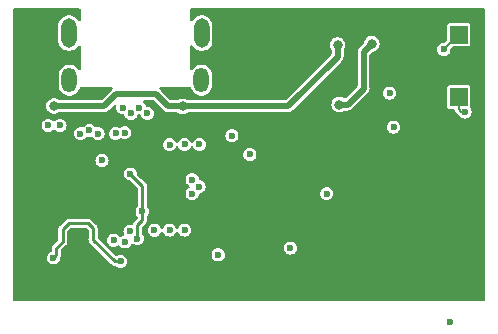
<source format=gbr>
%TF.GenerationSoftware,KiCad,Pcbnew,7.0.7*%
%TF.CreationDate,2023-12-08T19:41:31-05:00*%
%TF.ProjectId,pixie-rev-4,70697869-652d-4726-9576-2d342e6b6963,rev?*%
%TF.SameCoordinates,Original*%
%TF.FileFunction,Copper,L4,Bot*%
%TF.FilePolarity,Positive*%
%FSLAX46Y46*%
G04 Gerber Fmt 4.6, Leading zero omitted, Abs format (unit mm)*
G04 Created by KiCad (PCBNEW 7.0.7) date 2023-12-08 19:41:31*
%MOMM*%
%LPD*%
G01*
G04 APERTURE LIST*
%TA.AperFunction,ComponentPad*%
%ADD10O,1.300000X2.100000*%
%TD*%
%TA.AperFunction,ComponentPad*%
%ADD11O,1.300000X2.500000*%
%TD*%
%TA.AperFunction,ComponentPad*%
%ADD12R,0.900000X0.500000*%
%TD*%
%TA.AperFunction,SMDPad,CuDef*%
%ADD13R,1.500000X1.500000*%
%TD*%
%TA.AperFunction,ViaPad*%
%ADD14C,0.600000*%
%TD*%
%TA.AperFunction,ViaPad*%
%ADD15C,0.681000*%
%TD*%
%TA.AperFunction,ViaPad*%
%ADD16C,0.808000*%
%TD*%
%TA.AperFunction,Conductor*%
%ADD17C,0.150000*%
%TD*%
%TA.AperFunction,Conductor*%
%ADD18C,0.500000*%
%TD*%
%TA.AperFunction,Conductor*%
%ADD19C,0.254000*%
%TD*%
G04 APERTURE END LIST*
D10*
%TO.P,J201,S1,SHEILD*%
%TO.N,unconnected-(J201-SHEILD-PadS1)*%
X165980000Y-46100000D03*
D11*
%TO.P,J201,S2,SHEILD*%
%TO.N,unconnected-(J201-SHEILD-PadS2)*%
X166000000Y-42100000D03*
D10*
%TO.P,J201,S3,SHEILD*%
%TO.N,unconnected-(J201-SHEILD-PadS3)*%
X154780000Y-46100000D03*
D11*
%TO.P,J201,S4,SHEILD*%
%TO.N,unconnected-(J201-SHEILD-PadS4)*%
X154760000Y-42100000D03*
%TD*%
D12*
%TO.P,AE301,2*%
%TO.N,GND*%
X151500000Y-64550000D03*
%TD*%
D13*
%TO.P,GND201,1,1*%
%TO.N,GND*%
X187749999Y-44874998D03*
%TD*%
%TO.P,BOOT301,1,1*%
%TO.N,/PIXEL*%
X187750000Y-42225000D03*
%TD*%
%TO.P,PU301,1,1*%
%TO.N,/MCU/CHIP_PU*%
X187750000Y-47524999D03*
%TD*%
D14*
%TO.N,GND*%
X150500000Y-61100000D03*
X163950000Y-61390000D03*
X161220000Y-60280000D03*
X154760000Y-60780000D03*
X166200000Y-50200000D03*
X155050000Y-52750000D03*
X155250000Y-61425000D03*
X151500000Y-53800000D03*
X169400000Y-43300000D03*
X164500000Y-64500000D03*
D15*
X178958290Y-43137499D03*
D14*
X150500000Y-62800000D03*
X152100000Y-49200000D03*
X166500000Y-59700000D03*
X170500000Y-49800000D03*
X150500000Y-59400000D03*
X176400000Y-40500000D03*
X170300000Y-47200000D03*
X168900000Y-59700000D03*
X150500000Y-57700000D03*
X154650000Y-53500000D03*
X173900000Y-61600000D03*
X150500000Y-50900000D03*
X156700000Y-61325000D03*
X155600000Y-64500000D03*
X177075000Y-58275000D03*
X165600000Y-64500000D03*
X158325000Y-57825000D03*
X152300000Y-63700000D03*
X163410000Y-50700000D03*
X188299999Y-40500000D03*
X157300000Y-55050000D03*
X152425000Y-53800000D03*
X189500000Y-52600000D03*
X165950000Y-53985500D03*
X180900000Y-51600000D03*
X171075000Y-53375000D03*
X156400000Y-47280000D03*
X152800000Y-59500000D03*
X173400000Y-52100000D03*
X178900000Y-53900000D03*
X160075000Y-64500000D03*
X163400000Y-64500000D03*
X151800000Y-59500000D03*
X154360000Y-61560000D03*
X180900000Y-52700000D03*
X151275000Y-58700000D03*
X158650000Y-62150000D03*
X168470000Y-57490000D03*
X150500000Y-63700000D03*
X154525000Y-62625000D03*
X153600000Y-62900000D03*
X155225000Y-62150000D03*
X152900000Y-54800000D03*
X189500000Y-62800000D03*
X170900000Y-56600000D03*
X156400000Y-56975000D03*
X150500000Y-56000000D03*
X177800000Y-46700000D03*
X166700000Y-64500000D03*
X152250000Y-51550000D03*
X154500000Y-64500000D03*
X173000000Y-40500000D03*
X150518219Y-64527124D03*
X157825000Y-62400000D03*
X169540000Y-61400000D03*
D15*
X180200000Y-48550000D03*
D14*
X173625000Y-56800000D03*
X158900000Y-64500000D03*
D15*
X180200000Y-49550000D03*
D14*
X157240000Y-62960000D03*
X152275000Y-52600000D03*
X158663243Y-60486757D03*
X154850000Y-51150000D03*
X155400000Y-53950000D03*
X154750000Y-51950000D03*
X150500000Y-44100000D03*
X153800000Y-55300000D03*
X162000000Y-63400000D03*
X173000000Y-46800000D03*
X155950000Y-63900000D03*
X153000000Y-63600000D03*
X150500000Y-54300000D03*
X157300000Y-55925000D03*
X152000000Y-46000000D03*
X152500000Y-60700000D03*
X157275000Y-56950000D03*
X156700000Y-64500000D03*
X166900000Y-49750000D03*
X158275000Y-63275000D03*
X189500000Y-42400000D03*
X169600000Y-40500000D03*
X175300000Y-42300000D03*
X161200000Y-64500000D03*
X151400000Y-63700000D03*
X159175000Y-55925000D03*
X164730000Y-50330000D03*
X180700000Y-63700000D03*
X152100000Y-50540000D03*
X168600000Y-53750000D03*
X165500000Y-58800000D03*
X165200000Y-56900000D03*
X150500000Y-40700000D03*
X155300000Y-59500000D03*
X175500000Y-44600000D03*
X168600000Y-52278111D03*
X172800000Y-43500000D03*
X174700000Y-58700000D03*
X166897954Y-47398977D03*
X175750000Y-48300000D03*
X157500000Y-61600000D03*
X161850000Y-54025000D03*
X159900000Y-62700000D03*
X175000000Y-54000000D03*
X189500000Y-59400000D03*
X152600000Y-64429978D03*
X153400000Y-40500000D03*
X158300000Y-55925000D03*
X180700000Y-45300000D03*
X156400000Y-55925000D03*
X162600000Y-56900000D03*
X161274204Y-51816717D03*
X187800000Y-55600000D03*
X166900000Y-51250000D03*
X181500000Y-40500000D03*
X152300000Y-42500000D03*
X183600000Y-50690000D03*
X159175000Y-56950000D03*
X153500000Y-58800000D03*
X165425000Y-49250000D03*
X189500000Y-45800000D03*
X154100000Y-52800000D03*
X162300000Y-64500000D03*
X162610000Y-61394500D03*
X155100000Y-49850000D03*
X155050000Y-64100000D03*
X153500000Y-51500000D03*
X156550000Y-63425000D03*
X150500000Y-47500000D03*
X167100000Y-44000000D03*
X163900000Y-56900000D03*
X153400000Y-44500000D03*
X164380000Y-47280000D03*
X158300000Y-55050000D03*
X170530000Y-58730000D03*
X155300000Y-58870000D03*
X163500000Y-54025000D03*
X186000000Y-53000000D03*
X166800000Y-56475000D03*
X157800000Y-64500000D03*
X184900000Y-40500000D03*
X189500000Y-56000000D03*
X158300000Y-56975000D03*
X153800000Y-56100000D03*
X189500000Y-49200000D03*
%TO.N,/SW_4*%
X158550000Y-59631757D03*
X187000000Y-66600000D03*
%TO.N,/SW_1*%
X181900000Y-47175000D03*
X165190000Y-54510000D03*
%TO.N,/SW_2*%
X176570000Y-55700000D03*
X165190000Y-55700000D03*
%TO.N,/PIXEL*%
X182238556Y-50050000D03*
X186500000Y-43475000D03*
X165770000Y-55110000D03*
%TO.N,/SW_3*%
X159925000Y-58887500D03*
X173500000Y-60300000D03*
D16*
%TO.N,5V*%
X177650000Y-48150000D03*
X177500000Y-43100000D03*
X180400000Y-43000000D03*
X153500000Y-48270000D03*
X164375000Y-48300000D03*
D14*
%TO.N,3V3*%
X160960000Y-57200000D03*
X159960000Y-54020000D03*
X159125000Y-61425000D03*
X160545000Y-59507828D03*
X153450000Y-61125000D03*
%TO.N,/MCU/CHIP_PU*%
X188300000Y-48775000D03*
X167390000Y-60875000D03*
X159500000Y-59774500D03*
%TO.N,/Power/USB_D+*%
X160700000Y-48400000D03*
X159300000Y-48400000D03*
X153000000Y-49900000D03*
%TO.N,/Power/USB_D-*%
X160000000Y-48900000D03*
X161400000Y-48900000D03*
X154000000Y-49900000D03*
%TO.N,/MCU/DISP_DC*%
X170075000Y-52375000D03*
X168554622Y-50774500D03*
%TO.N,/MCU/FLASH_CS0*%
X162000000Y-58780000D03*
X157550000Y-52875000D03*
%TO.N,/MCU/FLASH_IO0*%
X156475000Y-50340000D03*
X165805000Y-51530000D03*
%TO.N,/MCU/FLASH_IO2*%
X158720000Y-50580000D03*
X164550000Y-58775000D03*
%TO.N,/MCU/FLASH_CLK*%
X164550000Y-51525000D03*
X157225000Y-50610000D03*
%TO.N,/MCU/FLASH_IO1*%
X163275000Y-58775000D03*
X155730000Y-50610000D03*
%TO.N,/MCU/FLASH_IO3*%
X159480000Y-50521770D03*
X163275000Y-51540000D03*
%TD*%
D17*
%TO.N,/PIXEL*%
X186500000Y-43475000D02*
X187750000Y-42225000D01*
D18*
%TO.N,5V*%
X177500000Y-43100000D02*
X177500000Y-44100000D01*
X153500000Y-48270000D02*
X153505000Y-48275000D01*
X158750000Y-47275000D02*
X162150000Y-47275000D01*
X163175000Y-48300000D02*
X164375000Y-48300000D01*
X177650000Y-48150000D02*
X178350000Y-48150000D01*
X177500000Y-44100000D02*
X173300000Y-48300000D01*
X153505000Y-48275000D02*
X157750000Y-48275000D01*
X162150000Y-47275000D02*
X163175000Y-48300000D01*
X179700000Y-43700000D02*
X180400000Y-43000000D01*
X157750000Y-48275000D02*
X158750000Y-47275000D01*
X179700000Y-46800000D02*
X179700000Y-43700000D01*
X173300000Y-48300000D02*
X164375000Y-48300000D01*
X178350000Y-48150000D02*
X179700000Y-46800000D01*
D19*
%TO.N,3V3*%
X153700000Y-60875000D02*
X153700000Y-60300000D01*
X153450000Y-61125000D02*
X153700000Y-60875000D01*
X160960000Y-57200000D02*
X160960000Y-57940000D01*
X160960000Y-57940000D02*
X160545000Y-58355000D01*
X156800000Y-59575000D02*
X158650000Y-61425000D01*
X154225000Y-58725000D02*
X154750000Y-58200000D01*
X160960000Y-55020000D02*
X159960000Y-54020000D01*
X156375000Y-58200000D02*
X156800000Y-58625000D01*
X156800000Y-58625000D02*
X156800000Y-59575000D01*
X153700000Y-60300000D02*
X154225000Y-59775000D01*
X160960000Y-57200000D02*
X160960000Y-55020000D01*
X154750000Y-58200000D02*
X156375000Y-58200000D01*
X160545000Y-58355000D02*
X160545000Y-59507828D01*
X158650000Y-61425000D02*
X159125000Y-61425000D01*
X154225000Y-59775000D02*
X154225000Y-58725000D01*
D17*
%TO.N,/MCU/CHIP_PU*%
X187750000Y-48550000D02*
X187750000Y-47524999D01*
X188300000Y-48775000D02*
X187975000Y-48775000D01*
X187975000Y-48775000D02*
X187750000Y-48550000D01*
%TD*%
%TA.AperFunction,Conductor*%
%TO.N,GND*%
G36*
X155701621Y-40020502D02*
G01*
X155748114Y-40074158D01*
X155759500Y-40126500D01*
X155759500Y-40951947D01*
X155739498Y-41020068D01*
X155685842Y-41066561D01*
X155615568Y-41076665D01*
X155550988Y-41047171D01*
X155524381Y-41014948D01*
X155495785Y-40965419D01*
X155495784Y-40965418D01*
X155368561Y-40824122D01*
X155214741Y-40712365D01*
X155041045Y-40635031D01*
X154855067Y-40595500D01*
X154664933Y-40595500D01*
X154478954Y-40635031D01*
X154305258Y-40712365D01*
X154151438Y-40824122D01*
X154024215Y-40965418D01*
X154024215Y-40965419D01*
X153929148Y-41130077D01*
X153870391Y-41310908D01*
X153855500Y-41452593D01*
X153855500Y-42747406D01*
X153870391Y-42889091D01*
X153887887Y-42942936D01*
X153929147Y-43069920D01*
X154024214Y-43234580D01*
X154151438Y-43375877D01*
X154305259Y-43487635D01*
X154478955Y-43564969D01*
X154664933Y-43604500D01*
X154855067Y-43604500D01*
X155041045Y-43564969D01*
X155214741Y-43487635D01*
X155368562Y-43375877D01*
X155495786Y-43234580D01*
X155524381Y-43185051D01*
X155575764Y-43136059D01*
X155645477Y-43122623D01*
X155711388Y-43149009D01*
X155752570Y-43206842D01*
X155759500Y-43248052D01*
X155759500Y-45117306D01*
X155739498Y-45185427D01*
X155685842Y-45231920D01*
X155615568Y-45242024D01*
X155550988Y-45212530D01*
X155524382Y-45180309D01*
X155515786Y-45165420D01*
X155388562Y-45024123D01*
X155234741Y-44912365D01*
X155061045Y-44835031D01*
X154875067Y-44795500D01*
X154684933Y-44795500D01*
X154498954Y-44835031D01*
X154325258Y-44912365D01*
X154171438Y-45024122D01*
X154044215Y-45165418D01*
X154044214Y-45165420D01*
X154032663Y-45185427D01*
X153949148Y-45330077D01*
X153890391Y-45510908D01*
X153875500Y-45652593D01*
X153875500Y-46547406D01*
X153890391Y-46689091D01*
X153916843Y-46770500D01*
X153949147Y-46869920D01*
X154044214Y-47034580D01*
X154171438Y-47175877D01*
X154325259Y-47287635D01*
X154498955Y-47364969D01*
X154684933Y-47404500D01*
X154875067Y-47404500D01*
X155061045Y-47364969D01*
X155234741Y-47287635D01*
X155388562Y-47175877D01*
X155515786Y-47034580D01*
X155610853Y-46869920D01*
X155653848Y-46737594D01*
X155693922Y-46678989D01*
X155737176Y-46660709D01*
X155736924Y-46660098D01*
X155736982Y-46660074D01*
X155740186Y-46659437D01*
X155759318Y-46651352D01*
X155773604Y-46650531D01*
X155785023Y-46650524D01*
X155785023Y-46650526D01*
X155785158Y-46650500D01*
X158362499Y-46650500D01*
X158430620Y-46670502D01*
X158477113Y-46724158D01*
X158487217Y-46794432D01*
X158457723Y-46859012D01*
X158445005Y-46871730D01*
X158434941Y-46880449D01*
X158431446Y-46883266D01*
X158418784Y-46892745D01*
X158418774Y-46892753D01*
X158407593Y-46903935D01*
X158404302Y-46906998D01*
X158364805Y-46941223D01*
X158364804Y-46941225D01*
X158362233Y-46945225D01*
X158345336Y-46966191D01*
X157577934Y-47733595D01*
X157515621Y-47767620D01*
X157488838Y-47770500D01*
X153976995Y-47770500D01*
X153908874Y-47750498D01*
X153893441Y-47738812D01*
X153876817Y-47724084D01*
X153876813Y-47724082D01*
X153735220Y-47649769D01*
X153579957Y-47611500D01*
X153579956Y-47611500D01*
X153420044Y-47611500D01*
X153420042Y-47611500D01*
X153264779Y-47649769D01*
X153123186Y-47724082D01*
X153123182Y-47724084D01*
X153003484Y-47830128D01*
X152912647Y-47961728D01*
X152912644Y-47961734D01*
X152855938Y-48111253D01*
X152855937Y-48111257D01*
X152836664Y-48269997D01*
X152836664Y-48270002D01*
X152855937Y-48428742D01*
X152855938Y-48428746D01*
X152912644Y-48578265D01*
X152912647Y-48578271D01*
X153003484Y-48709871D01*
X153003485Y-48709872D01*
X153003486Y-48709873D01*
X153123182Y-48815915D01*
X153264778Y-48890230D01*
X153420044Y-48928500D01*
X153420045Y-48928500D01*
X153579955Y-48928500D01*
X153579956Y-48928500D01*
X153735222Y-48890230D01*
X153876818Y-48815915D01*
X153882153Y-48811188D01*
X153946404Y-48780987D01*
X153965707Y-48779500D01*
X157682216Y-48779500D01*
X157708996Y-48782378D01*
X157713640Y-48783389D01*
X157748103Y-48780924D01*
X157765772Y-48779661D01*
X157770268Y-48779500D01*
X157786082Y-48779500D01*
X157786083Y-48779500D01*
X157801741Y-48777248D01*
X157806204Y-48776769D01*
X157831361Y-48774969D01*
X157858342Y-48773040D01*
X157862786Y-48771382D01*
X157888898Y-48764717D01*
X157893596Y-48764042D01*
X157941149Y-48742324D01*
X157945284Y-48740612D01*
X157994267Y-48722343D01*
X157998061Y-48719502D01*
X158021236Y-48705750D01*
X158025558Y-48703777D01*
X158065069Y-48669538D01*
X158068543Y-48666739D01*
X158081221Y-48657250D01*
X158092409Y-48646060D01*
X158095686Y-48643009D01*
X158135196Y-48608775D01*
X158137762Y-48604781D01*
X158154663Y-48583806D01*
X158539235Y-48199235D01*
X158601546Y-48165211D01*
X158672362Y-48170276D01*
X158729197Y-48212823D01*
X158754008Y-48279343D01*
X158753251Y-48304778D01*
X158740715Y-48399999D01*
X158740715Y-48400000D01*
X158759771Y-48544752D01*
X158815644Y-48679641D01*
X158815649Y-48679649D01*
X158904525Y-48795474D01*
X159020350Y-48884350D01*
X159020357Y-48884355D01*
X159155246Y-48940228D01*
X159300000Y-48959285D01*
X159322653Y-48956302D01*
X159392799Y-48967240D01*
X159445899Y-49014367D01*
X159455929Y-49037406D01*
X159456612Y-49037124D01*
X159459771Y-49044752D01*
X159459772Y-49044754D01*
X159499551Y-49140788D01*
X159515644Y-49179641D01*
X159515649Y-49179649D01*
X159604525Y-49295474D01*
X159720350Y-49384350D01*
X159720357Y-49384355D01*
X159855246Y-49440228D01*
X160000000Y-49459285D01*
X160144754Y-49440228D01*
X160279643Y-49384355D01*
X160395474Y-49295474D01*
X160484355Y-49179643D01*
X160540228Y-49044754D01*
X160540228Y-49044752D01*
X160543388Y-49037124D01*
X160545631Y-49038053D01*
X160576136Y-48987998D01*
X160639994Y-48956971D01*
X160677342Y-48956302D01*
X160700000Y-48959285D01*
X160722653Y-48956302D01*
X160792799Y-48967240D01*
X160845899Y-49014367D01*
X160855929Y-49037406D01*
X160856612Y-49037124D01*
X160859771Y-49044752D01*
X160859772Y-49044754D01*
X160899551Y-49140788D01*
X160915644Y-49179641D01*
X160915649Y-49179649D01*
X161004525Y-49295474D01*
X161120350Y-49384350D01*
X161120357Y-49384355D01*
X161255246Y-49440228D01*
X161327623Y-49449756D01*
X161399999Y-49459285D01*
X161399999Y-49459284D01*
X161400000Y-49459285D01*
X161544754Y-49440228D01*
X161679643Y-49384355D01*
X161795474Y-49295474D01*
X161884355Y-49179643D01*
X161940228Y-49044754D01*
X161959285Y-48900000D01*
X161940228Y-48755246D01*
X161884355Y-48620358D01*
X161795474Y-48504526D01*
X161795472Y-48504524D01*
X161795471Y-48504523D01*
X161679649Y-48415649D01*
X161679641Y-48415644D01*
X161544752Y-48359771D01*
X161400000Y-48340715D01*
X161399998Y-48340715D01*
X161377345Y-48343697D01*
X161307196Y-48332757D01*
X161254098Y-48285628D01*
X161244072Y-48262593D01*
X161243388Y-48262877D01*
X161240228Y-48255249D01*
X161240228Y-48255246D01*
X161184355Y-48120358D01*
X161095474Y-48004526D01*
X161095472Y-48004524D01*
X161095468Y-48004519D01*
X161089635Y-47998686D01*
X161090855Y-47997465D01*
X161054826Y-47948119D01*
X161050607Y-47877248D01*
X161085374Y-47815347D01*
X161148088Y-47782068D01*
X161173399Y-47779500D01*
X161888839Y-47779500D01*
X161956960Y-47799502D01*
X161977934Y-47816405D01*
X162770332Y-48608803D01*
X162787232Y-48629773D01*
X162787354Y-48629963D01*
X162789804Y-48633775D01*
X162827828Y-48666723D01*
X162829302Y-48668000D01*
X162832582Y-48671053D01*
X162843779Y-48682250D01*
X162856450Y-48691735D01*
X162859926Y-48694536D01*
X162899442Y-48728777D01*
X162903761Y-48730749D01*
X162926925Y-48744492D01*
X162930733Y-48747343D01*
X162951922Y-48755246D01*
X162979703Y-48765608D01*
X162983860Y-48767330D01*
X163025597Y-48786390D01*
X163031404Y-48789042D01*
X163036101Y-48789717D01*
X163062209Y-48796380D01*
X163066658Y-48798040D01*
X163118815Y-48801770D01*
X163123238Y-48802245D01*
X163138917Y-48804500D01*
X163154732Y-48804500D01*
X163159228Y-48804661D01*
X163177775Y-48805987D01*
X163211360Y-48808389D01*
X163216003Y-48807378D01*
X163242784Y-48804500D01*
X163903649Y-48804500D01*
X163971770Y-48824502D01*
X163987204Y-48836189D01*
X163998183Y-48845916D01*
X164065463Y-48881227D01*
X164139778Y-48920230D01*
X164295044Y-48958500D01*
X164295045Y-48958500D01*
X164454955Y-48958500D01*
X164454956Y-48958500D01*
X164610222Y-48920230D01*
X164751818Y-48845915D01*
X164762796Y-48836188D01*
X164827049Y-48805987D01*
X164846351Y-48804500D01*
X173232216Y-48804500D01*
X173258996Y-48807378D01*
X173263640Y-48808389D01*
X173298103Y-48805924D01*
X173315772Y-48804661D01*
X173320268Y-48804500D01*
X173336082Y-48804500D01*
X173336083Y-48804500D01*
X173351741Y-48802248D01*
X173356204Y-48801769D01*
X173381361Y-48799969D01*
X173408342Y-48798040D01*
X173412786Y-48796382D01*
X173438898Y-48789717D01*
X173443596Y-48789042D01*
X173491149Y-48767324D01*
X173495284Y-48765612D01*
X173544267Y-48747343D01*
X173548061Y-48744502D01*
X173571236Y-48730750D01*
X173575558Y-48728777D01*
X173615069Y-48694538D01*
X173618543Y-48691739D01*
X173631221Y-48682250D01*
X173642409Y-48671060D01*
X173645697Y-48668000D01*
X173685196Y-48633775D01*
X173687764Y-48629778D01*
X173704667Y-48608803D01*
X174163468Y-48150002D01*
X176986664Y-48150002D01*
X177005937Y-48308742D01*
X177005938Y-48308746D01*
X177062644Y-48458265D01*
X177062647Y-48458271D01*
X177153484Y-48589871D01*
X177153485Y-48589872D01*
X177153486Y-48589873D01*
X177273182Y-48695915D01*
X177414778Y-48770230D01*
X177570044Y-48808500D01*
X177570045Y-48808500D01*
X177729955Y-48808500D01*
X177729956Y-48808500D01*
X177885222Y-48770230D01*
X178026818Y-48695915D01*
X178037796Y-48686188D01*
X178102049Y-48655987D01*
X178121351Y-48654500D01*
X178282216Y-48654500D01*
X178308996Y-48657378D01*
X178313640Y-48658389D01*
X178348103Y-48655924D01*
X178365772Y-48654661D01*
X178370268Y-48654500D01*
X178386082Y-48654500D01*
X178386083Y-48654500D01*
X178401741Y-48652248D01*
X178406204Y-48651769D01*
X178431361Y-48649969D01*
X178458342Y-48648040D01*
X178462786Y-48646382D01*
X178488898Y-48639717D01*
X178493596Y-48639042D01*
X178541149Y-48617324D01*
X178545284Y-48615612D01*
X178594267Y-48597343D01*
X178598061Y-48594502D01*
X178621236Y-48580750D01*
X178625558Y-48578777D01*
X178665069Y-48544538D01*
X178668543Y-48541739D01*
X178681221Y-48532250D01*
X178692409Y-48521060D01*
X178695686Y-48518009D01*
X178735196Y-48483775D01*
X178737764Y-48479778D01*
X178754665Y-48458804D01*
X178913407Y-48300062D01*
X186745500Y-48300062D01*
X186745501Y-48300072D01*
X186760265Y-48374299D01*
X186816516Y-48458483D01*
X186900697Y-48514732D01*
X186900699Y-48514733D01*
X186974933Y-48529499D01*
X187306074Y-48529498D01*
X187374194Y-48549500D01*
X187420687Y-48603155D01*
X187430159Y-48633615D01*
X187435593Y-48664431D01*
X187437498Y-48669664D01*
X187444416Y-48686367D01*
X187446762Y-48691397D01*
X187470258Y-48724952D01*
X187473212Y-48729589D01*
X187493695Y-48765066D01*
X187523069Y-48789714D01*
X187525073Y-48791395D01*
X187529116Y-48795099D01*
X187729894Y-48995877D01*
X187733599Y-48999920D01*
X187759933Y-49031304D01*
X187759935Y-49031306D01*
X187770013Y-49037124D01*
X187795411Y-49051787D01*
X187800033Y-49054732D01*
X187818034Y-49067336D01*
X187845724Y-49093843D01*
X187904527Y-49170475D01*
X187916472Y-49179641D01*
X188020357Y-49259355D01*
X188155246Y-49315228D01*
X188227623Y-49324756D01*
X188299999Y-49334285D01*
X188299999Y-49334284D01*
X188300000Y-49334285D01*
X188444754Y-49315228D01*
X188579643Y-49259355D01*
X188695474Y-49170474D01*
X188784355Y-49054643D01*
X188840228Y-48919754D01*
X188859285Y-48775000D01*
X188856684Y-48755247D01*
X188848322Y-48691724D01*
X188840228Y-48630246D01*
X188784355Y-48495358D01*
X188764550Y-48469548D01*
X188738950Y-48403330D01*
X188740933Y-48368269D01*
X188754500Y-48300066D01*
X188754499Y-46749933D01*
X188754498Y-46749929D01*
X188754498Y-46749925D01*
X188739734Y-46675698D01*
X188730041Y-46661192D01*
X188683484Y-46591515D01*
X188682757Y-46591029D01*
X188599302Y-46535265D01*
X188525067Y-46520499D01*
X186974936Y-46520499D01*
X186974926Y-46520500D01*
X186900699Y-46535264D01*
X186816515Y-46591515D01*
X186760266Y-46675696D01*
X186745500Y-46749929D01*
X186745500Y-48300062D01*
X178913407Y-48300062D01*
X180008804Y-47204665D01*
X180029780Y-47187763D01*
X180033775Y-47185196D01*
X180042609Y-47175000D01*
X181340715Y-47175000D01*
X181359771Y-47319752D01*
X181415644Y-47454641D01*
X181415649Y-47454649D01*
X181504525Y-47570474D01*
X181620350Y-47659350D01*
X181620357Y-47659355D01*
X181755246Y-47715228D01*
X181822500Y-47724082D01*
X181899999Y-47734285D01*
X181899999Y-47734284D01*
X181900000Y-47734285D01*
X182044754Y-47715228D01*
X182179643Y-47659355D01*
X182295474Y-47570474D01*
X182384355Y-47454643D01*
X182440228Y-47319754D01*
X182459285Y-47175000D01*
X182453521Y-47131221D01*
X182440799Y-47034581D01*
X182440228Y-47030246D01*
X182384355Y-46895358D01*
X182295474Y-46779526D01*
X182295472Y-46779524D01*
X182295471Y-46779523D01*
X182179649Y-46690649D01*
X182179641Y-46690644D01*
X182044752Y-46634771D01*
X181900000Y-46615715D01*
X181755247Y-46634771D01*
X181700364Y-46657505D01*
X181620358Y-46690645D01*
X181620357Y-46690646D01*
X181620356Y-46690646D01*
X181504526Y-46779526D01*
X181415646Y-46895356D01*
X181415645Y-46895358D01*
X181396647Y-46941223D01*
X181359771Y-47030247D01*
X181340715Y-47174999D01*
X181340715Y-47175000D01*
X180042609Y-47175000D01*
X180068009Y-47145686D01*
X180071062Y-47142408D01*
X180082250Y-47131221D01*
X180091742Y-47118540D01*
X180094524Y-47115087D01*
X180128777Y-47075558D01*
X180130750Y-47071236D01*
X180144497Y-47048066D01*
X180147342Y-47044267D01*
X180165611Y-46995281D01*
X180167311Y-46991176D01*
X180189042Y-46943596D01*
X180189717Y-46938896D01*
X180196384Y-46912780D01*
X180198040Y-46908341D01*
X180198137Y-46906992D01*
X180200036Y-46880437D01*
X180201769Y-46856204D01*
X180202248Y-46851741D01*
X180204500Y-46836083D01*
X180204500Y-46820266D01*
X180204661Y-46815771D01*
X180208389Y-46763640D01*
X180208388Y-46763635D01*
X180207379Y-46758994D01*
X180204500Y-46732215D01*
X180204500Y-43961160D01*
X180224502Y-43893039D01*
X180241400Y-43872070D01*
X180421961Y-43691509D01*
X180480898Y-43658267D01*
X180635222Y-43620230D01*
X180776818Y-43545915D01*
X180856864Y-43475000D01*
X185940715Y-43475000D01*
X185959771Y-43619752D01*
X186015644Y-43754641D01*
X186015649Y-43754649D01*
X186104525Y-43870474D01*
X186179407Y-43927933D01*
X186220357Y-43959355D01*
X186355246Y-44015228D01*
X186427623Y-44024756D01*
X186499999Y-44034285D01*
X186499999Y-44034284D01*
X186500000Y-44034285D01*
X186644754Y-44015228D01*
X186779643Y-43959355D01*
X186895474Y-43870474D01*
X186984355Y-43754643D01*
X187040228Y-43619754D01*
X187059285Y-43475000D01*
X187056540Y-43454155D01*
X187067478Y-43384010D01*
X187092362Y-43348619D01*
X187174580Y-43266401D01*
X187236891Y-43232378D01*
X187263673Y-43229499D01*
X188525064Y-43229499D01*
X188525066Y-43229499D01*
X188525069Y-43229498D01*
X188525072Y-43229498D01*
X188561663Y-43222219D01*
X188599301Y-43214734D01*
X188683484Y-43158484D01*
X188739734Y-43074301D01*
X188754500Y-43000067D01*
X188754499Y-41449934D01*
X188754498Y-41449930D01*
X188754498Y-41449926D01*
X188739734Y-41375699D01*
X188683483Y-41291515D01*
X188599302Y-41235266D01*
X188525067Y-41220500D01*
X186974936Y-41220500D01*
X186974926Y-41220501D01*
X186900699Y-41235265D01*
X186816515Y-41291516D01*
X186760266Y-41375697D01*
X186745500Y-41449930D01*
X186745500Y-42711326D01*
X186725498Y-42779447D01*
X186708599Y-42800416D01*
X186626383Y-42882632D01*
X186626384Y-42882632D01*
X186564071Y-42916657D01*
X186520847Y-42918459D01*
X186504558Y-42916315D01*
X186500000Y-42915715D01*
X186499999Y-42915715D01*
X186355247Y-42934771D01*
X186287802Y-42962708D01*
X186220358Y-42990645D01*
X186220357Y-42990646D01*
X186220356Y-42990646D01*
X186104526Y-43079526D01*
X186015646Y-43195356D01*
X186015645Y-43195358D01*
X186001504Y-43229498D01*
X185959771Y-43330247D01*
X185940715Y-43474999D01*
X185940715Y-43475000D01*
X180856864Y-43475000D01*
X180896514Y-43439873D01*
X180987355Y-43308268D01*
X181044061Y-43158747D01*
X181045244Y-43149009D01*
X181063336Y-43000002D01*
X181063336Y-42999997D01*
X181044062Y-42841257D01*
X181044061Y-42841253D01*
X181025280Y-42791732D01*
X180987355Y-42691732D01*
X180896514Y-42560127D01*
X180776818Y-42454085D01*
X180776817Y-42454084D01*
X180776813Y-42454082D01*
X180635220Y-42379769D01*
X180479957Y-42341500D01*
X180479956Y-42341500D01*
X180320044Y-42341500D01*
X180320042Y-42341500D01*
X180164779Y-42379769D01*
X180023186Y-42454082D01*
X180023182Y-42454084D01*
X179903484Y-42560128D01*
X179812647Y-42691728D01*
X179812644Y-42691734D01*
X179755938Y-42841255D01*
X179748832Y-42899775D01*
X179720764Y-42964988D01*
X179712846Y-42973681D01*
X179391194Y-43295333D01*
X179370228Y-43312231D01*
X179366225Y-43314803D01*
X179366223Y-43314805D01*
X179331998Y-43354302D01*
X179328935Y-43357593D01*
X179317753Y-43368774D01*
X179317746Y-43368783D01*
X179308265Y-43381448D01*
X179305446Y-43384946D01*
X179271222Y-43424441D01*
X179269244Y-43428774D01*
X179255515Y-43451913D01*
X179252657Y-43455730D01*
X179252657Y-43455732D01*
X179234387Y-43504713D01*
X179232666Y-43508867D01*
X179210958Y-43556400D01*
X179210957Y-43556404D01*
X179210281Y-43561110D01*
X179203624Y-43587195D01*
X179201960Y-43591657D01*
X179198230Y-43643789D01*
X179197750Y-43648250D01*
X179195501Y-43663908D01*
X179195500Y-43663923D01*
X179195500Y-43679732D01*
X179195339Y-43684228D01*
X179191611Y-43736357D01*
X179191611Y-43736360D01*
X179192620Y-43741001D01*
X179195500Y-43767782D01*
X179195500Y-46538838D01*
X179175498Y-46606959D01*
X179158595Y-46627933D01*
X178193142Y-47593386D01*
X178130830Y-47627412D01*
X178060015Y-47622347D01*
X178032466Y-47607984D01*
X178026820Y-47604087D01*
X178026818Y-47604085D01*
X178026815Y-47604083D01*
X178026813Y-47604082D01*
X177885220Y-47529769D01*
X177729957Y-47491500D01*
X177729956Y-47491500D01*
X177570044Y-47491500D01*
X177570042Y-47491500D01*
X177414779Y-47529769D01*
X177273186Y-47604082D01*
X177273182Y-47604084D01*
X177153484Y-47710128D01*
X177062647Y-47841728D01*
X177062644Y-47841734D01*
X177005938Y-47991253D01*
X177005937Y-47991257D01*
X176986664Y-48149997D01*
X176986664Y-48150002D01*
X174163468Y-48150002D01*
X177808804Y-44504665D01*
X177829780Y-44487763D01*
X177833775Y-44485196D01*
X177868009Y-44445686D01*
X177871062Y-44442408D01*
X177882250Y-44431221D01*
X177891739Y-44418543D01*
X177894538Y-44415069D01*
X177928777Y-44375558D01*
X177930750Y-44371236D01*
X177944502Y-44348062D01*
X177947343Y-44344267D01*
X177965608Y-44295294D01*
X177967324Y-44291149D01*
X177989042Y-44243596D01*
X177989717Y-44238898D01*
X177996382Y-44212786D01*
X177998040Y-44208342D01*
X178001769Y-44156204D01*
X178002248Y-44151741D01*
X178004500Y-44136083D01*
X178004500Y-44120266D01*
X178004661Y-44115771D01*
X178008389Y-44063640D01*
X178008388Y-44063635D01*
X178007379Y-44058994D01*
X178004500Y-44032215D01*
X178004500Y-43567567D01*
X178024502Y-43499446D01*
X178026804Y-43495991D01*
X178054592Y-43455733D01*
X178087355Y-43408268D01*
X178144061Y-43258747D01*
X178146996Y-43234581D01*
X178163336Y-43100002D01*
X178163336Y-43099997D01*
X178144062Y-42941257D01*
X178144061Y-42941253D01*
X178124279Y-42889092D01*
X178087355Y-42791732D01*
X177996514Y-42660127D01*
X177876818Y-42554085D01*
X177876817Y-42554084D01*
X177876813Y-42554082D01*
X177735220Y-42479769D01*
X177579957Y-42441500D01*
X177579956Y-42441500D01*
X177420044Y-42441500D01*
X177420042Y-42441500D01*
X177264779Y-42479769D01*
X177123186Y-42554082D01*
X177123182Y-42554084D01*
X177003484Y-42660128D01*
X176912647Y-42791728D01*
X176912644Y-42791734D01*
X176855938Y-42941253D01*
X176855937Y-42941257D01*
X176836664Y-43099997D01*
X176836664Y-43100002D01*
X176855937Y-43258742D01*
X176855938Y-43258746D01*
X176912644Y-43408265D01*
X176912647Y-43408271D01*
X176973196Y-43495991D01*
X176995432Y-43563416D01*
X176995500Y-43567567D01*
X176995500Y-43838838D01*
X176975498Y-43906959D01*
X176958595Y-43927933D01*
X173127934Y-47758595D01*
X173065622Y-47792621D01*
X173038839Y-47795500D01*
X164846351Y-47795500D01*
X164778230Y-47775498D01*
X164762796Y-47763811D01*
X164751816Y-47754083D01*
X164610220Y-47679769D01*
X164454957Y-47641500D01*
X164454956Y-47641500D01*
X164295044Y-47641500D01*
X164295042Y-47641500D01*
X164139779Y-47679769D01*
X163998183Y-47754083D01*
X163987204Y-47763811D01*
X163922951Y-47794013D01*
X163903649Y-47795500D01*
X163436161Y-47795500D01*
X163368040Y-47775498D01*
X163347066Y-47758595D01*
X162554668Y-46966197D01*
X162537768Y-46945228D01*
X162535196Y-46941225D01*
X162532515Y-46938902D01*
X162495690Y-46906992D01*
X162492398Y-46903927D01*
X162481226Y-46892755D01*
X162481224Y-46892752D01*
X162468547Y-46883262D01*
X162465057Y-46880449D01*
X162454982Y-46871719D01*
X162416602Y-46811992D01*
X162416606Y-46740995D01*
X162454992Y-46681271D01*
X162519575Y-46651782D01*
X162537500Y-46650500D01*
X164974842Y-46650500D01*
X164974976Y-46650526D01*
X164974977Y-46650524D01*
X164986395Y-46650531D01*
X165010095Y-46657505D01*
X165023018Y-46660074D01*
X165023076Y-46660098D01*
X165022623Y-46661192D01*
X165054504Y-46670575D01*
X165100964Y-46724259D01*
X165106151Y-46737594D01*
X165116843Y-46770500D01*
X165149147Y-46869920D01*
X165244214Y-47034580D01*
X165371438Y-47175877D01*
X165525259Y-47287635D01*
X165698955Y-47364969D01*
X165884933Y-47404500D01*
X166075067Y-47404500D01*
X166261045Y-47364969D01*
X166434741Y-47287635D01*
X166588562Y-47175877D01*
X166715786Y-47034580D01*
X166810853Y-46869920D01*
X166869608Y-46689092D01*
X166884500Y-46547401D01*
X166884500Y-45652599D01*
X166869608Y-45510908D01*
X166810853Y-45330080D01*
X166715786Y-45165420D01*
X166588562Y-45024123D01*
X166434741Y-44912365D01*
X166261045Y-44835031D01*
X166075067Y-44795500D01*
X165884933Y-44795500D01*
X165698954Y-44835031D01*
X165525258Y-44912365D01*
X165371438Y-45024122D01*
X165244215Y-45165418D01*
X165244212Y-45165422D01*
X165235617Y-45180310D01*
X165184233Y-45229302D01*
X165114519Y-45242737D01*
X165048609Y-45216349D01*
X165007428Y-45158516D01*
X165000499Y-45117308D01*
X165000499Y-43330246D01*
X165000499Y-43248049D01*
X165020501Y-43179930D01*
X165074157Y-43133437D01*
X165144431Y-43123333D01*
X165209011Y-43152827D01*
X165235616Y-43185048D01*
X165264214Y-43234580D01*
X165391438Y-43375877D01*
X165545259Y-43487635D01*
X165718955Y-43564969D01*
X165904933Y-43604500D01*
X166095067Y-43604500D01*
X166281045Y-43564969D01*
X166454741Y-43487635D01*
X166608562Y-43375877D01*
X166735786Y-43234580D01*
X166830853Y-43069920D01*
X166889608Y-42889092D01*
X166904500Y-42747401D01*
X166904500Y-41452599D01*
X166889608Y-41310908D01*
X166830853Y-41130080D01*
X166735786Y-40965420D01*
X166608562Y-40824123D01*
X166454741Y-40712365D01*
X166281045Y-40635031D01*
X166095067Y-40595500D01*
X165904933Y-40595500D01*
X165718954Y-40635031D01*
X165545258Y-40712365D01*
X165391438Y-40824122D01*
X165264215Y-40965418D01*
X165264215Y-40965419D01*
X165235617Y-41014950D01*
X165184233Y-41063942D01*
X165114519Y-41077376D01*
X165048609Y-41050988D01*
X165007428Y-40993155D01*
X165000499Y-40951952D01*
X165000499Y-40126500D01*
X165020502Y-40058379D01*
X165074158Y-40011886D01*
X165126500Y-40000500D01*
X189873500Y-40000500D01*
X189941621Y-40020502D01*
X189988114Y-40074158D01*
X189999500Y-40126500D01*
X189999500Y-64674000D01*
X189979498Y-64742121D01*
X189925842Y-64788614D01*
X189873500Y-64800000D01*
X150126500Y-64800000D01*
X150058379Y-64779998D01*
X150011886Y-64726342D01*
X150000500Y-64674000D01*
X150000500Y-61125000D01*
X152890715Y-61125000D01*
X152909771Y-61269752D01*
X152965644Y-61404641D01*
X152965649Y-61404649D01*
X153054525Y-61520474D01*
X153118748Y-61569754D01*
X153170357Y-61609355D01*
X153305246Y-61665228D01*
X153450000Y-61684285D01*
X153594754Y-61665228D01*
X153729643Y-61609355D01*
X153845474Y-61520474D01*
X153934355Y-61404643D01*
X153990228Y-61269754D01*
X154008976Y-61127339D01*
X154034469Y-61066392D01*
X154040158Y-61059085D01*
X154040159Y-61059079D01*
X154040161Y-61059078D01*
X154043954Y-61052069D01*
X154047471Y-61044874D01*
X154047475Y-61044870D01*
X154060383Y-61001512D01*
X154063391Y-60991410D01*
X154081499Y-60938664D01*
X154082819Y-60930749D01*
X154083805Y-60922843D01*
X154081500Y-60867116D01*
X154081500Y-60510212D01*
X154101502Y-60442091D01*
X154118399Y-60421122D01*
X154457549Y-60081972D01*
X154477721Y-60065593D01*
X154486956Y-60059560D01*
X154509111Y-60031093D01*
X154514277Y-60025244D01*
X154517114Y-60022409D01*
X154530900Y-60003099D01*
X154565158Y-59959085D01*
X154565160Y-59959076D01*
X154568957Y-59952064D01*
X154572471Y-59944874D01*
X154572475Y-59944870D01*
X154580619Y-59917514D01*
X154588391Y-59891410D01*
X154606499Y-59838664D01*
X154607819Y-59830749D01*
X154608805Y-59822843D01*
X154606500Y-59767116D01*
X154606500Y-58935213D01*
X154626502Y-58867092D01*
X154643405Y-58846117D01*
X154871119Y-58618404D01*
X154933431Y-58584379D01*
X154960214Y-58581500D01*
X156164788Y-58581500D01*
X156232909Y-58601502D01*
X156253877Y-58618399D01*
X156381597Y-58746119D01*
X156415620Y-58808427D01*
X156418500Y-58835211D01*
X156418500Y-59522366D01*
X156415818Y-59548223D01*
X156413554Y-59559016D01*
X156416110Y-59579518D01*
X156418016Y-59594809D01*
X156418500Y-59602600D01*
X156418500Y-59606615D01*
X156418499Y-59606615D01*
X156422047Y-59627875D01*
X156422403Y-59630004D01*
X156422622Y-59631757D01*
X156429303Y-59685357D01*
X156431588Y-59693032D01*
X156434180Y-59700582D01*
X156434181Y-59700585D01*
X156434182Y-59700586D01*
X156460729Y-59749641D01*
X156465682Y-59759772D01*
X156485225Y-59799748D01*
X156489868Y-59806251D01*
X156494782Y-59812565D01*
X156535819Y-59850341D01*
X158343019Y-61657542D01*
X158359405Y-61677718D01*
X158365440Y-61686956D01*
X158365441Y-61686957D01*
X158365443Y-61686959D01*
X158393894Y-61709103D01*
X158399753Y-61714276D01*
X158402591Y-61717114D01*
X158408379Y-61721246D01*
X158421900Y-61730901D01*
X158465912Y-61765156D01*
X158465915Y-61765158D01*
X158465916Y-61765158D01*
X158472941Y-61768960D01*
X158480134Y-61772477D01*
X158533586Y-61788389D01*
X158586334Y-61806499D01*
X158586338Y-61806499D01*
X158586339Y-61806500D01*
X158586340Y-61806500D01*
X158594247Y-61807819D01*
X158602157Y-61808805D01*
X158602158Y-61808804D01*
X158602159Y-61808805D01*
X158657884Y-61806500D01*
X158668543Y-61806500D01*
X158736664Y-61826502D01*
X158745247Y-61832538D01*
X158845350Y-61909350D01*
X158845357Y-61909355D01*
X158980246Y-61965228D01*
X159125000Y-61984285D01*
X159269754Y-61965228D01*
X159404643Y-61909355D01*
X159520474Y-61820474D01*
X159609355Y-61704643D01*
X159665228Y-61569754D01*
X159684285Y-61425000D01*
X159665228Y-61280246D01*
X159609355Y-61145358D01*
X159520474Y-61029526D01*
X159520472Y-61029524D01*
X159520471Y-61029523D01*
X159404649Y-60940649D01*
X159404641Y-60940644D01*
X159269752Y-60884771D01*
X159195530Y-60875000D01*
X166830715Y-60875000D01*
X166849771Y-61019752D01*
X166905644Y-61154641D01*
X166905649Y-61154649D01*
X166994525Y-61270474D01*
X167110350Y-61359350D01*
X167110357Y-61359355D01*
X167245246Y-61415228D01*
X167390000Y-61434285D01*
X167534754Y-61415228D01*
X167669643Y-61359355D01*
X167785474Y-61270474D01*
X167874355Y-61154643D01*
X167930228Y-61019754D01*
X167949285Y-60875000D01*
X167945382Y-60845357D01*
X167939756Y-60802622D01*
X167930228Y-60730246D01*
X167874355Y-60595358D01*
X167785474Y-60479526D01*
X167785472Y-60479524D01*
X167785471Y-60479523D01*
X167669649Y-60390649D01*
X167669641Y-60390644D01*
X167534752Y-60334771D01*
X167390000Y-60315715D01*
X167245247Y-60334771D01*
X167177801Y-60362708D01*
X167110358Y-60390645D01*
X167110357Y-60390646D01*
X167110356Y-60390646D01*
X166994526Y-60479526D01*
X166905646Y-60595356D01*
X166905645Y-60595358D01*
X166886886Y-60640646D01*
X166849771Y-60730247D01*
X166830715Y-60874999D01*
X166830715Y-60875000D01*
X159195530Y-60875000D01*
X159125000Y-60865715D01*
X158980247Y-60884771D01*
X158845353Y-60940647D01*
X158840207Y-60943619D01*
X158771212Y-60960355D01*
X158704120Y-60937133D01*
X158688115Y-60923593D01*
X157955564Y-60191042D01*
X157396280Y-59631757D01*
X157990715Y-59631757D01*
X158009771Y-59776509D01*
X158065644Y-59911398D01*
X158065649Y-59911406D01*
X158154525Y-60027231D01*
X158270350Y-60116107D01*
X158270357Y-60116112D01*
X158405246Y-60171985D01*
X158550000Y-60191042D01*
X158694754Y-60171985D01*
X158829643Y-60116112D01*
X158876680Y-60080018D01*
X158942899Y-60054418D01*
X159012448Y-60068682D01*
X159053346Y-60103276D01*
X159073952Y-60130130D01*
X159093225Y-60155247D01*
X159104527Y-60169975D01*
X159211630Y-60252159D01*
X159220357Y-60258855D01*
X159355246Y-60314728D01*
X159500000Y-60333785D01*
X159644754Y-60314728D01*
X159680310Y-60300000D01*
X172940715Y-60300000D01*
X172959771Y-60444752D01*
X173015644Y-60579641D01*
X173015649Y-60579649D01*
X173104525Y-60695474D01*
X173220350Y-60784350D01*
X173220357Y-60784355D01*
X173355246Y-60840228D01*
X173500000Y-60859285D01*
X173644754Y-60840228D01*
X173779643Y-60784355D01*
X173895474Y-60695474D01*
X173984355Y-60579643D01*
X174040228Y-60444754D01*
X174059285Y-60300000D01*
X174040228Y-60155246D01*
X173984355Y-60020358D01*
X173895474Y-59904526D01*
X173895472Y-59904524D01*
X173895471Y-59904523D01*
X173779649Y-59815649D01*
X173779641Y-59815644D01*
X173644752Y-59759771D01*
X173500000Y-59740715D01*
X173355247Y-59759771D01*
X173301943Y-59781851D01*
X173220358Y-59815645D01*
X173220357Y-59815646D01*
X173220356Y-59815646D01*
X173104526Y-59904526D01*
X173015646Y-60020356D01*
X173015645Y-60020358D01*
X172993948Y-60072738D01*
X172959771Y-60155247D01*
X172940715Y-60299999D01*
X172940715Y-60300000D01*
X159680310Y-60300000D01*
X159779643Y-60258855D01*
X159895474Y-60169974D01*
X159984355Y-60054143D01*
X160008764Y-59995214D01*
X160053309Y-59939936D01*
X160120672Y-59917514D01*
X160189464Y-59935072D01*
X160201873Y-59943469D01*
X160265357Y-59992183D01*
X160400246Y-60048056D01*
X160448571Y-60054418D01*
X160544999Y-60067113D01*
X160544999Y-60067112D01*
X160545000Y-60067113D01*
X160689754Y-60048056D01*
X160824643Y-59992183D01*
X160940474Y-59903302D01*
X161029355Y-59787471D01*
X161085228Y-59652582D01*
X161104285Y-59507828D01*
X161102577Y-59494858D01*
X161092324Y-59416977D01*
X161085228Y-59363074D01*
X161029355Y-59228186D01*
X160952538Y-59128076D01*
X160926937Y-59061856D01*
X160926500Y-59051372D01*
X160926500Y-58780000D01*
X161440715Y-58780000D01*
X161459771Y-58924752D01*
X161515644Y-59059641D01*
X161515649Y-59059649D01*
X161604525Y-59175474D01*
X161720350Y-59264350D01*
X161720357Y-59264355D01*
X161855246Y-59320228D01*
X162000000Y-59339285D01*
X162144754Y-59320228D01*
X162279643Y-59264355D01*
X162395474Y-59175474D01*
X162484355Y-59059643D01*
X162522128Y-58968449D01*
X162566674Y-58913172D01*
X162634037Y-58890751D01*
X162702828Y-58908309D01*
X162751207Y-58960271D01*
X162754937Y-58968438D01*
X162790645Y-59054643D01*
X162790647Y-59054646D01*
X162790649Y-59054649D01*
X162879525Y-59170474D01*
X162995350Y-59259350D01*
X162995357Y-59259355D01*
X163130246Y-59315228D01*
X163275000Y-59334285D01*
X163419754Y-59315228D01*
X163554643Y-59259355D01*
X163670474Y-59170474D01*
X163759355Y-59054643D01*
X163796092Y-58965951D01*
X163840639Y-58910672D01*
X163908003Y-58888251D01*
X163976794Y-58905809D01*
X164025172Y-58957771D01*
X164028901Y-58965936D01*
X164056371Y-59032254D01*
X164065644Y-59054641D01*
X164065649Y-59054649D01*
X164154525Y-59170474D01*
X164270350Y-59259350D01*
X164270357Y-59259355D01*
X164405246Y-59315228D01*
X164550000Y-59334285D01*
X164694754Y-59315228D01*
X164829643Y-59259355D01*
X164945474Y-59170474D01*
X165034355Y-59054643D01*
X165090228Y-58919754D01*
X165109285Y-58775000D01*
X165090228Y-58630246D01*
X165034355Y-58495358D01*
X164945474Y-58379526D01*
X164945472Y-58379524D01*
X164945471Y-58379523D01*
X164829649Y-58290649D01*
X164829641Y-58290644D01*
X164694752Y-58234771D01*
X164550000Y-58215715D01*
X164405247Y-58234771D01*
X164337801Y-58262708D01*
X164270358Y-58290645D01*
X164270357Y-58290646D01*
X164270356Y-58290646D01*
X164154526Y-58379526D01*
X164065646Y-58495356D01*
X164065642Y-58495363D01*
X164028908Y-58584047D01*
X163984360Y-58639328D01*
X163916996Y-58661748D01*
X163848205Y-58644189D01*
X163799827Y-58592227D01*
X163796092Y-58584047D01*
X163764167Y-58506975D01*
X163759355Y-58495358D01*
X163670474Y-58379526D01*
X163670472Y-58379524D01*
X163670471Y-58379523D01*
X163554649Y-58290649D01*
X163554641Y-58290644D01*
X163419752Y-58234771D01*
X163275000Y-58215715D01*
X163130247Y-58234771D01*
X163062801Y-58262708D01*
X162995358Y-58290645D01*
X162995357Y-58290646D01*
X162995356Y-58290646D01*
X162879526Y-58379526D01*
X162790646Y-58495356D01*
X162790642Y-58495363D01*
X162752872Y-58586547D01*
X162708324Y-58641828D01*
X162640960Y-58664248D01*
X162572169Y-58646689D01*
X162523791Y-58594727D01*
X162520061Y-58586560D01*
X162484355Y-58500358D01*
X162395474Y-58384526D01*
X162395472Y-58384524D01*
X162395471Y-58384523D01*
X162279649Y-58295649D01*
X162279641Y-58295644D01*
X162144752Y-58239771D01*
X162000000Y-58220715D01*
X161855247Y-58239771D01*
X161808333Y-58259204D01*
X161720358Y-58295645D01*
X161720357Y-58295646D01*
X161720356Y-58295646D01*
X161604526Y-58384526D01*
X161515646Y-58500356D01*
X161515645Y-58500358D01*
X161488781Y-58565212D01*
X161459771Y-58635247D01*
X161440715Y-58779999D01*
X161440715Y-58780000D01*
X160926500Y-58780000D01*
X160926500Y-58565212D01*
X160946502Y-58497091D01*
X160963399Y-58476122D01*
X161192549Y-58246972D01*
X161212721Y-58230593D01*
X161221956Y-58224560D01*
X161244103Y-58196103D01*
X161249271Y-58190250D01*
X161252114Y-58187409D01*
X161265898Y-58168101D01*
X161300158Y-58124085D01*
X161300159Y-58124079D01*
X161303950Y-58117076D01*
X161307471Y-58109873D01*
X161307475Y-58109869D01*
X161319213Y-58070441D01*
X161323389Y-58056416D01*
X161341498Y-58003666D01*
X161341500Y-58003661D01*
X161341500Y-58003654D01*
X161342819Y-57995755D01*
X161343805Y-57987841D01*
X161341500Y-57932106D01*
X161341500Y-57797906D01*
X161341500Y-57656452D01*
X161361501Y-57588336D01*
X161367517Y-57579778D01*
X161444355Y-57479643D01*
X161500228Y-57344754D01*
X161519285Y-57200000D01*
X161500228Y-57055246D01*
X161444355Y-56920358D01*
X161367538Y-56820248D01*
X161341937Y-56754028D01*
X161341500Y-56743544D01*
X161341500Y-55700000D01*
X164630715Y-55700000D01*
X164649771Y-55844752D01*
X164705644Y-55979641D01*
X164705649Y-55979649D01*
X164794525Y-56095474D01*
X164910350Y-56184350D01*
X164910357Y-56184355D01*
X165045246Y-56240228D01*
X165190000Y-56259285D01*
X165334754Y-56240228D01*
X165469643Y-56184355D01*
X165585474Y-56095474D01*
X165674355Y-55979643D01*
X165730228Y-55844754D01*
X165740415Y-55767373D01*
X165769137Y-55702447D01*
X165772847Y-55700000D01*
X176010715Y-55700000D01*
X176029771Y-55844752D01*
X176085644Y-55979641D01*
X176085649Y-55979649D01*
X176174525Y-56095474D01*
X176290350Y-56184350D01*
X176290357Y-56184355D01*
X176425246Y-56240228D01*
X176570000Y-56259285D01*
X176714754Y-56240228D01*
X176849643Y-56184355D01*
X176965474Y-56095474D01*
X177054355Y-55979643D01*
X177110228Y-55844754D01*
X177129285Y-55700000D01*
X177122732Y-55650228D01*
X177110228Y-55555247D01*
X177110228Y-55555246D01*
X177054355Y-55420358D01*
X176965474Y-55304526D01*
X176965472Y-55304524D01*
X176965471Y-55304523D01*
X176849649Y-55215649D01*
X176849641Y-55215644D01*
X176714752Y-55159771D01*
X176570000Y-55140715D01*
X176425247Y-55159771D01*
X176381187Y-55178022D01*
X176290358Y-55215645D01*
X176290357Y-55215646D01*
X176290356Y-55215646D01*
X176174526Y-55304526D01*
X176085646Y-55420356D01*
X176085645Y-55420358D01*
X176057708Y-55487802D01*
X176029771Y-55555247D01*
X176010715Y-55699999D01*
X176010715Y-55700000D01*
X165772847Y-55700000D01*
X165828402Y-55663355D01*
X165848882Y-55658900D01*
X165914754Y-55650228D01*
X166049643Y-55594355D01*
X166165474Y-55505474D01*
X166254355Y-55389643D01*
X166310228Y-55254754D01*
X166329285Y-55110000D01*
X166321025Y-55047262D01*
X166313275Y-54988389D01*
X166310228Y-54965246D01*
X166254355Y-54830358D01*
X166165474Y-54714526D01*
X166165472Y-54714524D01*
X166165471Y-54714523D01*
X166049649Y-54625649D01*
X166049641Y-54625644D01*
X165914752Y-54569771D01*
X165850229Y-54561277D01*
X165785302Y-54532554D01*
X165746211Y-54473289D01*
X165741755Y-54452806D01*
X165730228Y-54365246D01*
X165674355Y-54230358D01*
X165585474Y-54114526D01*
X165585472Y-54114524D01*
X165585471Y-54114523D01*
X165469649Y-54025649D01*
X165469641Y-54025644D01*
X165334752Y-53969771D01*
X165190000Y-53950715D01*
X165045247Y-53969771D01*
X164977801Y-53997708D01*
X164910358Y-54025645D01*
X164910357Y-54025646D01*
X164910356Y-54025646D01*
X164794526Y-54114526D01*
X164705646Y-54230356D01*
X164705645Y-54230358D01*
X164677708Y-54297802D01*
X164649771Y-54365247D01*
X164630715Y-54509999D01*
X164630715Y-54510000D01*
X164649771Y-54654752D01*
X164705644Y-54789641D01*
X164705649Y-54789649D01*
X164794525Y-54905474D01*
X164907809Y-54992400D01*
X164910357Y-54994355D01*
X164910361Y-54994356D01*
X164912999Y-54995880D01*
X164914785Y-54997753D01*
X164916909Y-54999383D01*
X164916654Y-54999714D01*
X164961993Y-55047262D01*
X164975430Y-55116976D01*
X164949044Y-55182887D01*
X164913004Y-55214117D01*
X164910361Y-55215642D01*
X164794526Y-55304526D01*
X164705646Y-55420356D01*
X164705645Y-55420358D01*
X164677708Y-55487802D01*
X164649771Y-55555247D01*
X164630715Y-55699999D01*
X164630715Y-55700000D01*
X161341500Y-55700000D01*
X161341500Y-55072634D01*
X161344182Y-55046774D01*
X161346445Y-55035984D01*
X161341983Y-55000190D01*
X161341500Y-54992400D01*
X161341500Y-54988394D01*
X161341500Y-54988389D01*
X161337595Y-54964993D01*
X161330696Y-54909640D01*
X161330694Y-54909635D01*
X161328414Y-54901975D01*
X161325819Y-54894415D01*
X161299276Y-54845368D01*
X161274776Y-54795252D01*
X161270147Y-54788768D01*
X161265220Y-54782438D01*
X161224192Y-54744669D01*
X160894997Y-54415474D01*
X160552523Y-54073000D01*
X160518500Y-54010690D01*
X160516698Y-54000353D01*
X160510163Y-53950715D01*
X160500228Y-53875246D01*
X160444355Y-53740358D01*
X160355474Y-53624526D01*
X160355472Y-53624524D01*
X160355471Y-53624523D01*
X160239649Y-53535649D01*
X160239641Y-53535644D01*
X160104752Y-53479771D01*
X159960000Y-53460715D01*
X159815247Y-53479771D01*
X159747801Y-53507708D01*
X159680358Y-53535645D01*
X159680357Y-53535646D01*
X159680356Y-53535646D01*
X159564526Y-53624526D01*
X159475646Y-53740356D01*
X159475645Y-53740358D01*
X159447708Y-53807802D01*
X159419771Y-53875247D01*
X159400715Y-54019999D01*
X159400715Y-54020000D01*
X159419771Y-54164752D01*
X159475644Y-54299641D01*
X159475649Y-54299649D01*
X159564525Y-54415474D01*
X159639871Y-54473289D01*
X159680357Y-54504355D01*
X159815246Y-54560228D01*
X159940355Y-54576698D01*
X160005281Y-54605420D01*
X160013003Y-54612525D01*
X160541595Y-55141117D01*
X160575621Y-55203429D01*
X160578500Y-55230212D01*
X160578500Y-56743544D01*
X160558498Y-56811665D01*
X160552462Y-56820248D01*
X160475649Y-56920351D01*
X160475646Y-56920356D01*
X160475645Y-56920358D01*
X160447708Y-56987801D01*
X160419771Y-57055247D01*
X160400715Y-57199999D01*
X160400715Y-57200000D01*
X160419771Y-57344752D01*
X160419772Y-57344754D01*
X160475645Y-57479643D01*
X160552462Y-57579753D01*
X160578063Y-57645972D01*
X160578500Y-57656456D01*
X160578500Y-57729785D01*
X160558498Y-57797906D01*
X160541595Y-57818881D01*
X160312452Y-58048023D01*
X160292279Y-58064406D01*
X160283041Y-58070441D01*
X160260896Y-58098893D01*
X160255736Y-58104738D01*
X160252892Y-58107583D01*
X160252887Y-58107589D01*
X160252886Y-58107591D01*
X160246566Y-58116442D01*
X160239099Y-58126900D01*
X160204840Y-58170916D01*
X160201030Y-58177958D01*
X160197524Y-58185129D01*
X160181609Y-58238588D01*
X160174531Y-58259204D01*
X160133493Y-58317138D01*
X160067648Y-58343688D01*
X160038914Y-58343211D01*
X159925002Y-58328215D01*
X159925000Y-58328215D01*
X159780247Y-58347271D01*
X159712801Y-58375208D01*
X159645358Y-58403145D01*
X159645357Y-58403146D01*
X159645356Y-58403146D01*
X159529526Y-58492026D01*
X159440646Y-58607856D01*
X159440645Y-58607858D01*
X159426924Y-58640984D01*
X159384771Y-58742747D01*
X159365715Y-58887499D01*
X159365715Y-58887500D01*
X159384772Y-59032254D01*
X159403654Y-59077840D01*
X159411243Y-59148429D01*
X159379463Y-59211916D01*
X159335464Y-59242465D01*
X159220363Y-59290142D01*
X159220351Y-59290149D01*
X159173318Y-59326239D01*
X159107097Y-59351839D01*
X159037549Y-59337574D01*
X158996653Y-59302980D01*
X158945474Y-59236282D01*
X158829649Y-59147406D01*
X158829641Y-59147401D01*
X158694752Y-59091528D01*
X158550000Y-59072472D01*
X158405247Y-59091528D01*
X158337801Y-59119465D01*
X158270358Y-59147402D01*
X158270357Y-59147403D01*
X158270356Y-59147403D01*
X158154526Y-59236283D01*
X158065646Y-59352113D01*
X158065645Y-59352115D01*
X158054498Y-59379026D01*
X158009771Y-59487004D01*
X157990715Y-59631756D01*
X157990715Y-59631757D01*
X157396280Y-59631757D01*
X157218405Y-59453882D01*
X157184379Y-59391570D01*
X157181500Y-59364787D01*
X157181500Y-58677634D01*
X157184182Y-58651774D01*
X157186445Y-58640984D01*
X157181983Y-58605190D01*
X157181500Y-58597400D01*
X157181500Y-58593394D01*
X157181500Y-58593389D01*
X157177595Y-58569993D01*
X157170696Y-58514640D01*
X157170694Y-58514635D01*
X157168414Y-58506975D01*
X157165819Y-58499415D01*
X157139276Y-58450368D01*
X157114776Y-58400252D01*
X157110147Y-58393768D01*
X157105220Y-58387438D01*
X157064192Y-58349669D01*
X156882623Y-58168100D01*
X156681975Y-57967452D01*
X156665591Y-57947276D01*
X156659560Y-57938044D01*
X156631103Y-57915895D01*
X156625245Y-57910722D01*
X156622413Y-57907890D01*
X156622402Y-57907880D01*
X156603099Y-57894099D01*
X156559086Y-57859842D01*
X156552064Y-57856042D01*
X156544872Y-57852526D01*
X156544870Y-57852525D01*
X156544867Y-57852524D01*
X156491412Y-57836609D01*
X156438664Y-57818501D01*
X156438663Y-57818500D01*
X156438661Y-57818500D01*
X156438658Y-57818500D01*
X156430748Y-57817179D01*
X156422842Y-57816194D01*
X156367116Y-57818500D01*
X154802634Y-57818500D01*
X154776775Y-57815818D01*
X154765981Y-57813554D01*
X154742475Y-57816485D01*
X154730190Y-57818016D01*
X154722400Y-57818500D01*
X154718389Y-57818500D01*
X154694995Y-57822403D01*
X154689973Y-57823029D01*
X154639638Y-57829303D01*
X154632000Y-57831577D01*
X154624416Y-57834181D01*
X154624414Y-57834181D01*
X154624414Y-57834182D01*
X154575358Y-57860729D01*
X154558656Y-57868893D01*
X154525256Y-57885222D01*
X154518732Y-57889880D01*
X154512437Y-57894780D01*
X154474659Y-57935818D01*
X153992452Y-58418023D01*
X153972279Y-58434406D01*
X153963041Y-58440441D01*
X153940896Y-58468893D01*
X153935736Y-58474738D01*
X153932892Y-58477583D01*
X153919099Y-58496900D01*
X153884840Y-58540916D01*
X153881030Y-58547958D01*
X153877524Y-58555129D01*
X153861610Y-58608586D01*
X153843499Y-58661339D01*
X153842184Y-58669218D01*
X153841194Y-58677160D01*
X153843500Y-58732884D01*
X153843500Y-59564785D01*
X153823498Y-59632906D01*
X153806595Y-59653881D01*
X153467452Y-59993023D01*
X153447279Y-60009406D01*
X153438041Y-60015441D01*
X153415896Y-60043893D01*
X153410736Y-60049738D01*
X153407892Y-60052583D01*
X153407887Y-60052589D01*
X153407886Y-60052591D01*
X153402911Y-60059559D01*
X153394099Y-60071900D01*
X153359840Y-60115916D01*
X153356030Y-60122958D01*
X153352524Y-60130129D01*
X153336610Y-60183586D01*
X153318499Y-60236339D01*
X153317184Y-60244218D01*
X153316194Y-60252160D01*
X153318500Y-60307884D01*
X153318500Y-60495091D01*
X153298498Y-60563212D01*
X153244842Y-60609705D01*
X153240720Y-60611499D01*
X153170361Y-60640643D01*
X153170356Y-60640646D01*
X153054526Y-60729526D01*
X152965646Y-60845356D01*
X152965645Y-60845358D01*
X152949319Y-60884772D01*
X152909771Y-60980247D01*
X152890715Y-61124999D01*
X152890715Y-61125000D01*
X150000500Y-61125000D01*
X150000500Y-52875000D01*
X156990715Y-52875000D01*
X157009771Y-53019752D01*
X157065644Y-53154641D01*
X157065649Y-53154649D01*
X157154525Y-53270474D01*
X157270350Y-53359350D01*
X157270357Y-53359355D01*
X157405246Y-53415228D01*
X157550000Y-53434285D01*
X157694754Y-53415228D01*
X157829643Y-53359355D01*
X157945474Y-53270474D01*
X158034355Y-53154643D01*
X158090228Y-53019754D01*
X158109285Y-52875000D01*
X158090228Y-52730246D01*
X158034355Y-52595358D01*
X157945474Y-52479526D01*
X157945472Y-52479524D01*
X157945471Y-52479523D01*
X157829649Y-52390649D01*
X157829641Y-52390644D01*
X157791873Y-52375000D01*
X169515715Y-52375000D01*
X169534771Y-52519752D01*
X169590644Y-52654641D01*
X169590649Y-52654649D01*
X169679525Y-52770474D01*
X169795350Y-52859350D01*
X169795357Y-52859355D01*
X169930246Y-52915228D01*
X170075000Y-52934285D01*
X170219754Y-52915228D01*
X170354643Y-52859355D01*
X170470474Y-52770474D01*
X170559355Y-52654643D01*
X170615228Y-52519754D01*
X170634285Y-52375000D01*
X170615228Y-52230246D01*
X170559355Y-52095358D01*
X170470474Y-51979526D01*
X170470472Y-51979524D01*
X170470471Y-51979523D01*
X170354649Y-51890649D01*
X170354641Y-51890644D01*
X170219752Y-51834771D01*
X170075000Y-51815715D01*
X169930247Y-51834771D01*
X169862801Y-51862708D01*
X169795358Y-51890645D01*
X169795357Y-51890646D01*
X169795356Y-51890646D01*
X169679526Y-51979526D01*
X169590646Y-52095356D01*
X169590645Y-52095358D01*
X169562708Y-52162802D01*
X169534771Y-52230247D01*
X169515715Y-52374999D01*
X169515715Y-52375000D01*
X157791873Y-52375000D01*
X157694752Y-52334771D01*
X157550000Y-52315715D01*
X157405247Y-52334771D01*
X157337801Y-52362708D01*
X157270358Y-52390645D01*
X157270357Y-52390646D01*
X157270356Y-52390646D01*
X157154526Y-52479526D01*
X157065646Y-52595356D01*
X157065645Y-52595358D01*
X157041089Y-52654641D01*
X157009771Y-52730247D01*
X156990715Y-52874999D01*
X156990715Y-52875000D01*
X150000500Y-52875000D01*
X150000500Y-51540000D01*
X162715715Y-51540000D01*
X162734771Y-51684752D01*
X162790644Y-51819641D01*
X162790649Y-51819649D01*
X162879525Y-51935474D01*
X162995350Y-52024350D01*
X162995357Y-52024355D01*
X163130246Y-52080228D01*
X163275000Y-52099285D01*
X163419754Y-52080228D01*
X163554643Y-52024355D01*
X163670474Y-51935474D01*
X163759355Y-51819643D01*
X163799198Y-51723451D01*
X163843745Y-51668172D01*
X163911108Y-51645751D01*
X163979899Y-51663309D01*
X164028278Y-51715271D01*
X164032009Y-51723440D01*
X164065645Y-51804643D01*
X164065647Y-51804646D01*
X164065649Y-51804649D01*
X164154525Y-51920474D01*
X164231483Y-51979526D01*
X164270357Y-52009355D01*
X164405246Y-52065228D01*
X164550000Y-52084285D01*
X164694754Y-52065228D01*
X164829643Y-52009355D01*
X164945474Y-51920474D01*
X165034355Y-51804643D01*
X165060056Y-51742594D01*
X165104603Y-51687314D01*
X165171966Y-51664893D01*
X165240757Y-51682451D01*
X165289136Y-51734412D01*
X165292865Y-51742578D01*
X165320645Y-51809643D01*
X165320647Y-51809646D01*
X165320649Y-51809649D01*
X165409525Y-51925474D01*
X165525350Y-52014350D01*
X165525357Y-52014355D01*
X165660246Y-52070228D01*
X165805000Y-52089285D01*
X165949754Y-52070228D01*
X166084643Y-52014355D01*
X166200474Y-51925474D01*
X166289355Y-51809643D01*
X166345228Y-51674754D01*
X166364285Y-51530000D01*
X166345228Y-51385246D01*
X166289355Y-51250358D01*
X166200474Y-51134526D01*
X166200472Y-51134524D01*
X166200471Y-51134523D01*
X166084649Y-51045649D01*
X166084641Y-51045644D01*
X165949752Y-50989771D01*
X165805000Y-50970715D01*
X165660247Y-50989771D01*
X165596318Y-51016252D01*
X165525358Y-51045645D01*
X165525357Y-51045646D01*
X165525356Y-51045646D01*
X165409526Y-51134526D01*
X165320646Y-51250356D01*
X165320643Y-51250361D01*
X165294943Y-51312406D01*
X165250394Y-51367686D01*
X165183030Y-51390106D01*
X165114239Y-51372547D01*
X165065862Y-51320584D01*
X165062127Y-51312406D01*
X165034355Y-51245358D01*
X164945474Y-51129526D01*
X164945472Y-51129524D01*
X164945471Y-51129523D01*
X164829649Y-51040649D01*
X164829641Y-51040644D01*
X164694752Y-50984771D01*
X164550000Y-50965715D01*
X164405247Y-50984771D01*
X164337801Y-51012708D01*
X164270358Y-51040645D01*
X164270357Y-51040646D01*
X164270356Y-51040646D01*
X164154526Y-51129526D01*
X164065646Y-51245356D01*
X164065642Y-51245363D01*
X164025801Y-51341547D01*
X163981253Y-51396828D01*
X163913889Y-51419248D01*
X163845098Y-51401689D01*
X163796720Y-51349727D01*
X163792993Y-51341568D01*
X163759355Y-51260358D01*
X163670474Y-51144526D01*
X163670472Y-51144524D01*
X163670471Y-51144523D01*
X163554649Y-51055649D01*
X163554641Y-51055644D01*
X163419752Y-50999771D01*
X163275000Y-50980715D01*
X163130247Y-50999771D01*
X163090460Y-51016252D01*
X162995358Y-51055645D01*
X162995357Y-51055646D01*
X162995356Y-51055646D01*
X162879526Y-51144526D01*
X162790646Y-51260356D01*
X162790645Y-51260358D01*
X162769087Y-51312404D01*
X162734771Y-51395247D01*
X162715715Y-51539999D01*
X162715715Y-51540000D01*
X150000500Y-51540000D01*
X150000500Y-50610000D01*
X155170715Y-50610000D01*
X155189771Y-50754752D01*
X155245644Y-50889641D01*
X155245649Y-50889649D01*
X155334525Y-51005474D01*
X155433024Y-51081055D01*
X155450357Y-51094355D01*
X155585246Y-51150228D01*
X155730000Y-51169285D01*
X155874754Y-51150228D01*
X156009643Y-51094355D01*
X156125474Y-51005474D01*
X156188930Y-50922776D01*
X156246269Y-50880909D01*
X156317139Y-50876687D01*
X156322211Y-50878308D01*
X156322270Y-50878091D01*
X156330242Y-50880226D01*
X156330246Y-50880228D01*
X156475000Y-50899285D01*
X156619754Y-50880228D01*
X156619755Y-50880227D01*
X156627733Y-50878090D01*
X156628312Y-50880253D01*
X156687249Y-50873906D01*
X156750742Y-50905673D01*
X156764856Y-50921195D01*
X156829526Y-51005474D01*
X156829528Y-51005476D01*
X156928024Y-51081055D01*
X156945357Y-51094355D01*
X157080246Y-51150228D01*
X157225000Y-51169285D01*
X157369754Y-51150228D01*
X157504643Y-51094355D01*
X157620474Y-51005474D01*
X157709355Y-50889643D01*
X157765228Y-50754754D01*
X157784285Y-50610000D01*
X157780335Y-50580000D01*
X158160715Y-50580000D01*
X158179771Y-50724752D01*
X158235644Y-50859641D01*
X158235649Y-50859649D01*
X158324525Y-50975474D01*
X158429007Y-51055646D01*
X158440357Y-51064355D01*
X158575246Y-51120228D01*
X158720000Y-51139285D01*
X158864754Y-51120228D01*
X158999643Y-51064355D01*
X159062332Y-51016251D01*
X159128551Y-50990650D01*
X159192403Y-51003745D01*
X159192727Y-51002964D01*
X159196782Y-51004643D01*
X159198100Y-51004914D01*
X159200073Y-51006007D01*
X159200355Y-51006124D01*
X159200357Y-51006125D01*
X159335246Y-51061998D01*
X159480000Y-51081055D01*
X159624754Y-51061998D01*
X159759643Y-51006125D01*
X159875474Y-50917244D01*
X159964355Y-50801413D01*
X159975503Y-50774500D01*
X167995337Y-50774500D01*
X168014393Y-50919252D01*
X168070266Y-51054141D01*
X168070271Y-51054149D01*
X168159147Y-51169974D01*
X168263909Y-51250361D01*
X168274979Y-51258855D01*
X168409868Y-51314728D01*
X168482245Y-51324256D01*
X168554621Y-51333785D01*
X168554621Y-51333784D01*
X168554622Y-51333785D01*
X168699376Y-51314728D01*
X168834265Y-51258855D01*
X168950096Y-51169974D01*
X169038977Y-51054143D01*
X169094850Y-50919254D01*
X169113907Y-50774500D01*
X169111307Y-50754754D01*
X169094850Y-50629747D01*
X169094850Y-50629746D01*
X169038977Y-50494858D01*
X168950096Y-50379026D01*
X168950094Y-50379024D01*
X168950093Y-50379023D01*
X168834271Y-50290149D01*
X168834263Y-50290144D01*
X168699374Y-50234271D01*
X168554622Y-50215215D01*
X168409869Y-50234271D01*
X168342423Y-50262208D01*
X168274980Y-50290145D01*
X168274979Y-50290146D01*
X168274978Y-50290146D01*
X168159148Y-50379026D01*
X168070268Y-50494856D01*
X168070267Y-50494858D01*
X168059120Y-50521769D01*
X168014393Y-50629747D01*
X167995337Y-50774499D01*
X167995337Y-50774500D01*
X159975503Y-50774500D01*
X160020228Y-50666524D01*
X160039285Y-50521770D01*
X160020228Y-50377016D01*
X159964355Y-50242128D01*
X159875474Y-50126296D01*
X159875472Y-50126294D01*
X159875471Y-50126293D01*
X159776045Y-50050000D01*
X181679271Y-50050000D01*
X181698327Y-50194752D01*
X181754200Y-50329641D01*
X181754205Y-50329649D01*
X181843081Y-50445474D01*
X181958906Y-50534350D01*
X181958913Y-50534355D01*
X182093802Y-50590228D01*
X182166178Y-50599756D01*
X182238555Y-50609285D01*
X182238555Y-50609284D01*
X182238556Y-50609285D01*
X182383310Y-50590228D01*
X182518199Y-50534355D01*
X182634030Y-50445474D01*
X182722911Y-50329643D01*
X182778784Y-50194754D01*
X182797841Y-50050000D01*
X182796494Y-50039772D01*
X182778784Y-49905247D01*
X182776611Y-49900000D01*
X182722911Y-49770358D01*
X182634030Y-49654526D01*
X182634028Y-49654524D01*
X182634027Y-49654523D01*
X182518205Y-49565649D01*
X182518197Y-49565644D01*
X182383308Y-49509771D01*
X182238556Y-49490715D01*
X182093803Y-49509771D01*
X182064771Y-49521797D01*
X181958914Y-49565645D01*
X181958913Y-49565646D01*
X181958912Y-49565646D01*
X181843082Y-49654526D01*
X181754202Y-49770356D01*
X181754201Y-49770358D01*
X181726264Y-49837802D01*
X181698327Y-49905247D01*
X181679271Y-50049999D01*
X181679271Y-50050000D01*
X159776045Y-50050000D01*
X159759649Y-50037419D01*
X159759641Y-50037414D01*
X159624752Y-49981541D01*
X159480000Y-49962485D01*
X159335247Y-49981541D01*
X159267801Y-50009478D01*
X159200358Y-50037415D01*
X159200356Y-50037416D01*
X159200357Y-50037416D01*
X159200351Y-50037419D01*
X159137666Y-50085519D01*
X159071445Y-50111119D01*
X159007597Y-50098023D01*
X159007273Y-50098806D01*
X159003211Y-50097123D01*
X159001897Y-50096854D01*
X158999930Y-50095764D01*
X158952423Y-50076086D01*
X158876777Y-50044752D01*
X158864752Y-50039771D01*
X158720000Y-50020715D01*
X158575247Y-50039771D01*
X158525547Y-50060358D01*
X158440358Y-50095645D01*
X158440357Y-50095646D01*
X158440356Y-50095646D01*
X158324526Y-50184526D01*
X158235646Y-50300356D01*
X158235645Y-50300358D01*
X158207708Y-50367802D01*
X158179771Y-50435247D01*
X158160715Y-50579999D01*
X158160715Y-50580000D01*
X157780335Y-50580000D01*
X157765228Y-50465247D01*
X157765228Y-50465246D01*
X157709355Y-50330358D01*
X157620474Y-50214526D01*
X157620472Y-50214524D01*
X157620471Y-50214523D01*
X157504649Y-50125649D01*
X157504641Y-50125644D01*
X157369752Y-50069771D01*
X157225000Y-50050715D01*
X157080244Y-50069772D01*
X157072270Y-50071909D01*
X157071692Y-50069753D01*
X157012707Y-50076086D01*
X156949225Y-50044297D01*
X156935140Y-50028801D01*
X156870474Y-49944526D01*
X156870472Y-49944524D01*
X156870471Y-49944523D01*
X156754649Y-49855649D01*
X156754641Y-49855644D01*
X156619752Y-49799771D01*
X156475000Y-49780715D01*
X156330247Y-49799771D01*
X156262802Y-49827708D01*
X156195358Y-49855645D01*
X156195357Y-49855646D01*
X156195356Y-49855646D01*
X156079525Y-49944526D01*
X156016069Y-50027224D01*
X155958731Y-50069091D01*
X155887860Y-50073312D01*
X155882787Y-50071693D01*
X155882730Y-50071909D01*
X155874755Y-50069772D01*
X155730000Y-50050715D01*
X155585247Y-50069771D01*
X155517801Y-50097708D01*
X155450358Y-50125645D01*
X155450357Y-50125646D01*
X155450356Y-50125646D01*
X155334526Y-50214526D01*
X155245646Y-50330356D01*
X155245645Y-50330358D01*
X155217708Y-50397801D01*
X155189771Y-50465247D01*
X155170715Y-50609999D01*
X155170715Y-50610000D01*
X150000500Y-50610000D01*
X150000500Y-49900000D01*
X152440715Y-49900000D01*
X152459771Y-50044752D01*
X152515644Y-50179641D01*
X152515649Y-50179649D01*
X152604525Y-50295474D01*
X152713408Y-50379023D01*
X152720357Y-50384355D01*
X152855246Y-50440228D01*
X152895094Y-50445474D01*
X152999999Y-50459285D01*
X152999999Y-50459284D01*
X153000000Y-50459285D01*
X153144754Y-50440228D01*
X153279643Y-50384355D01*
X153395474Y-50295474D01*
X153400036Y-50289527D01*
X153457372Y-50247660D01*
X153528243Y-50243436D01*
X153590147Y-50278198D01*
X153599958Y-50289520D01*
X153604526Y-50295474D01*
X153604528Y-50295476D01*
X153710794Y-50377017D01*
X153720357Y-50384355D01*
X153855246Y-50440228D01*
X154000000Y-50459285D01*
X154144754Y-50440228D01*
X154279643Y-50384355D01*
X154395474Y-50295474D01*
X154484355Y-50179643D01*
X154540228Y-50044754D01*
X154559285Y-49900000D01*
X154553445Y-49855644D01*
X154543581Y-49780715D01*
X154540228Y-49755246D01*
X154484355Y-49620358D01*
X154395474Y-49504526D01*
X154395472Y-49504524D01*
X154395471Y-49504523D01*
X154279649Y-49415649D01*
X154279641Y-49415644D01*
X154144752Y-49359771D01*
X154000000Y-49340715D01*
X153855247Y-49359771D01*
X153795910Y-49384350D01*
X153720358Y-49415645D01*
X153720357Y-49415646D01*
X153720356Y-49415646D01*
X153604525Y-49504526D01*
X153599962Y-49510474D01*
X153542623Y-49552341D01*
X153471752Y-49556562D01*
X153409850Y-49521797D01*
X153400038Y-49510474D01*
X153395472Y-49504524D01*
X153279649Y-49415649D01*
X153279641Y-49415644D01*
X153144752Y-49359771D01*
X153000000Y-49340715D01*
X152855247Y-49359771D01*
X152795910Y-49384350D01*
X152720358Y-49415645D01*
X152720357Y-49415646D01*
X152720356Y-49415646D01*
X152604526Y-49504526D01*
X152515646Y-49620356D01*
X152515645Y-49620358D01*
X152487708Y-49687801D01*
X152459771Y-49755247D01*
X152440715Y-49899999D01*
X152440715Y-49900000D01*
X150000500Y-49900000D01*
X150000500Y-40126500D01*
X150020502Y-40058379D01*
X150074158Y-40011886D01*
X150126500Y-40000500D01*
X155633500Y-40000500D01*
X155701621Y-40020502D01*
G37*
%TD.AperFunction*%
%TD*%
M02*

</source>
